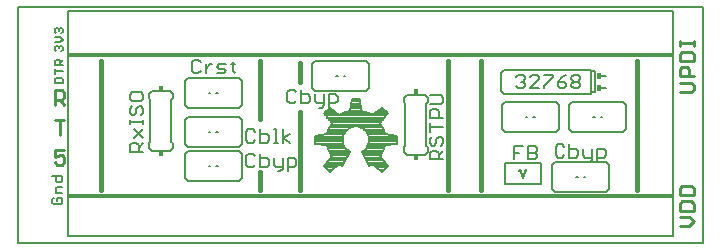
<source format=gto>
G75*
%MOIN*%
%OFA0B0*%
%FSLAX25Y25*%
%IPPOS*%
%LPD*%
%AMOC8*
5,1,8,0,0,1.08239X$1,22.5*
%
%ADD10C,0.00787*%
%ADD11C,0.00900*%
%ADD12C,0.00500*%
%ADD13C,0.00600*%
%ADD14C,0.00800*%
%ADD15R,0.01600X0.02300*%
%ADD16R,0.01500X0.02000*%
%ADD17C,0.01575*%
%ADD18C,0.00700*%
D10*
X0057156Y0011556D02*
X0057156Y0090306D01*
X0285281Y0090306D01*
X0285281Y0011556D01*
X0057156Y0011556D01*
X0155940Y0044610D02*
X0155940Y0047252D01*
X0160057Y0047797D01*
X0160392Y0049061D01*
X0160892Y0050269D01*
X0161549Y0051399D01*
X0159024Y0054696D01*
X0160892Y0056564D01*
X0164188Y0054038D01*
X0165319Y0054695D01*
X0166527Y0055196D01*
X0167791Y0055530D01*
X0168336Y0059647D01*
X0170977Y0059647D01*
X0171522Y0055530D01*
X0172786Y0055196D01*
X0173994Y0054695D01*
X0175125Y0054038D01*
X0178421Y0056564D01*
X0180289Y0054696D01*
X0177764Y0051399D01*
X0178421Y0050269D01*
X0178921Y0049061D01*
X0179256Y0047797D01*
X0183373Y0047252D01*
X0183373Y0044610D01*
X0179256Y0044065D01*
X0178921Y0042801D01*
X0178421Y0041593D01*
X0177764Y0040463D01*
X0180289Y0037166D01*
X0178421Y0035298D01*
X0175125Y0037824D01*
X0174172Y0037257D01*
X0171709Y0041988D01*
X0172396Y0042430D01*
X0172990Y0042991D01*
X0173472Y0043650D01*
X0173825Y0044387D01*
X0174037Y0045176D01*
X0174101Y0045990D01*
X0174015Y0046802D01*
X0173782Y0047585D01*
X0173410Y0048312D01*
X0172911Y0048959D01*
X0172302Y0049503D01*
X0171604Y0049927D01*
X0170839Y0050216D01*
X0170035Y0050360D01*
X0169219Y0050354D01*
X0168417Y0050200D01*
X0167657Y0049901D01*
X0166964Y0049468D01*
X0166362Y0048915D01*
X0165872Y0048262D01*
X0165509Y0047530D01*
X0165287Y0046744D01*
X0165211Y0045931D01*
X0165285Y0045127D01*
X0165502Y0044350D01*
X0165856Y0043625D01*
X0166336Y0042976D01*
X0166925Y0042424D01*
X0167604Y0041988D01*
X0165141Y0037257D01*
X0164188Y0037824D01*
X0160892Y0035298D01*
X0159024Y0037166D01*
X0161549Y0040463D01*
X0160892Y0041593D01*
X0160392Y0042801D01*
X0160057Y0044065D01*
X0155940Y0044610D01*
X0155940Y0044618D02*
X0165427Y0044618D01*
X0165260Y0045404D02*
X0155940Y0045404D01*
X0155940Y0046190D02*
X0165235Y0046190D01*
X0165352Y0046976D02*
X0155940Y0046976D01*
X0159789Y0047762D02*
X0165624Y0047762D01*
X0166086Y0048547D02*
X0160256Y0048547D01*
X0160505Y0049333D02*
X0166817Y0049333D01*
X0168212Y0050119D02*
X0160830Y0050119D01*
X0161262Y0050905D02*
X0178051Y0050905D01*
X0177987Y0051691D02*
X0161326Y0051691D01*
X0160724Y0052477D02*
X0178589Y0052477D01*
X0179191Y0053263D02*
X0160122Y0053263D01*
X0159520Y0054049D02*
X0164174Y0054049D01*
X0164206Y0054049D02*
X0175107Y0054049D01*
X0175139Y0054049D02*
X0179793Y0054049D01*
X0180150Y0054835D02*
X0176164Y0054835D01*
X0177190Y0055621D02*
X0179364Y0055621D01*
X0178579Y0056407D02*
X0178216Y0056407D01*
X0173658Y0054835D02*
X0165655Y0054835D01*
X0167803Y0055621D02*
X0171510Y0055621D01*
X0171406Y0056407D02*
X0167907Y0056407D01*
X0168011Y0057192D02*
X0171302Y0057192D01*
X0171198Y0057978D02*
X0168115Y0057978D01*
X0168219Y0058764D02*
X0171094Y0058764D01*
X0170990Y0059550D02*
X0168323Y0059550D01*
X0161097Y0056407D02*
X0160734Y0056407D01*
X0159949Y0055621D02*
X0162123Y0055621D01*
X0163149Y0054835D02*
X0159163Y0054835D01*
X0171095Y0050119D02*
X0178483Y0050119D01*
X0178808Y0049333D02*
X0172492Y0049333D01*
X0173228Y0048547D02*
X0179057Y0048547D01*
X0179524Y0047762D02*
X0173692Y0047762D01*
X0173964Y0046976D02*
X0183373Y0046976D01*
X0183373Y0046190D02*
X0174080Y0046190D01*
X0174055Y0045404D02*
X0183373Y0045404D01*
X0183373Y0044618D02*
X0173887Y0044618D01*
X0173559Y0043832D02*
X0179194Y0043832D01*
X0178986Y0043046D02*
X0173030Y0043046D01*
X0172131Y0042260D02*
X0178697Y0042260D01*
X0178352Y0041474D02*
X0171977Y0041474D01*
X0172386Y0040688D02*
X0177895Y0040688D01*
X0178193Y0039902D02*
X0172795Y0039902D01*
X0173204Y0039116D02*
X0178795Y0039116D01*
X0179397Y0038331D02*
X0173613Y0038331D01*
X0174022Y0037545D02*
X0174655Y0037545D01*
X0175489Y0037545D02*
X0179999Y0037545D01*
X0179882Y0036759D02*
X0176515Y0036759D01*
X0177541Y0035973D02*
X0179096Y0035973D01*
X0166927Y0040688D02*
X0161418Y0040688D01*
X0161120Y0039902D02*
X0166518Y0039902D01*
X0166109Y0039116D02*
X0160518Y0039116D01*
X0159916Y0038331D02*
X0165700Y0038331D01*
X0165291Y0037545D02*
X0164658Y0037545D01*
X0163824Y0037545D02*
X0159314Y0037545D01*
X0159431Y0036759D02*
X0162798Y0036759D01*
X0161772Y0035973D02*
X0160217Y0035973D01*
X0160961Y0041474D02*
X0167336Y0041474D01*
X0167181Y0042260D02*
X0160616Y0042260D01*
X0160327Y0043046D02*
X0166284Y0043046D01*
X0165755Y0043832D02*
X0160119Y0043832D01*
D11*
X0072461Y0042360D02*
X0069325Y0042360D01*
X0069325Y0040008D01*
X0070893Y0040792D01*
X0071677Y0040792D01*
X0072461Y0040008D01*
X0072461Y0038440D01*
X0071677Y0037656D01*
X0070109Y0037656D01*
X0069325Y0038440D01*
X0070893Y0047656D02*
X0070893Y0052360D01*
X0069325Y0052360D02*
X0072461Y0052360D01*
X0072461Y0057656D02*
X0070893Y0059224D01*
X0071677Y0059224D02*
X0069325Y0059224D01*
X0069325Y0057656D02*
X0069325Y0062360D01*
X0071677Y0062360D01*
X0072461Y0061576D01*
X0072461Y0060008D01*
X0071677Y0059224D01*
X0277602Y0061849D02*
X0281523Y0061849D01*
X0282306Y0062633D01*
X0282306Y0064201D01*
X0281523Y0064985D01*
X0277602Y0064985D01*
X0277602Y0067006D02*
X0277602Y0069358D01*
X0278386Y0070142D01*
X0279954Y0070142D01*
X0280738Y0069358D01*
X0280738Y0067006D01*
X0282306Y0067006D02*
X0277602Y0067006D01*
X0277602Y0072162D02*
X0277602Y0074514D01*
X0278386Y0075298D01*
X0281523Y0075298D01*
X0282306Y0074514D01*
X0282306Y0072162D01*
X0277602Y0072162D01*
X0277602Y0077318D02*
X0277602Y0078886D01*
X0277602Y0078102D02*
X0282306Y0078102D01*
X0282306Y0077318D02*
X0282306Y0078886D01*
X0281523Y0030611D02*
X0278386Y0030611D01*
X0277602Y0029827D01*
X0277602Y0027475D01*
X0282306Y0027475D01*
X0282306Y0029827D01*
X0281523Y0030611D01*
X0281523Y0025454D02*
X0278386Y0025454D01*
X0277602Y0024670D01*
X0277602Y0022318D01*
X0282306Y0022318D01*
X0282306Y0024670D01*
X0281523Y0025454D01*
X0280738Y0020298D02*
X0277602Y0020298D01*
X0280738Y0020298D02*
X0282306Y0018730D01*
X0280738Y0017162D01*
X0277602Y0017162D01*
D12*
X0071981Y0064842D02*
X0071981Y0066193D01*
X0071531Y0066643D01*
X0069730Y0066643D01*
X0069279Y0066193D01*
X0069279Y0064842D01*
X0071981Y0064842D01*
X0069279Y0067788D02*
X0069279Y0069590D01*
X0069279Y0068689D02*
X0071981Y0068689D01*
X0071981Y0070735D02*
X0069279Y0070735D01*
X0069279Y0072086D01*
X0069730Y0072536D01*
X0070630Y0072536D01*
X0071081Y0072086D01*
X0071081Y0070735D01*
X0071081Y0071635D02*
X0071981Y0072536D01*
X0071531Y0075467D02*
X0071981Y0075917D01*
X0071981Y0076818D01*
X0071531Y0077268D01*
X0071081Y0077268D01*
X0070630Y0076818D01*
X0070630Y0076367D01*
X0070630Y0076818D02*
X0070180Y0077268D01*
X0069730Y0077268D01*
X0069279Y0076818D01*
X0069279Y0075917D01*
X0069730Y0075467D01*
X0069279Y0078413D02*
X0071081Y0078413D01*
X0071981Y0079314D01*
X0071081Y0080215D01*
X0069279Y0080215D01*
X0069730Y0081360D02*
X0069279Y0081810D01*
X0069279Y0082711D01*
X0069730Y0083161D01*
X0070180Y0083161D01*
X0070630Y0082711D01*
X0071081Y0083161D01*
X0071531Y0083161D01*
X0071981Y0082711D01*
X0071981Y0081810D01*
X0071531Y0081360D01*
X0070630Y0082260D02*
X0070630Y0082711D01*
D13*
X0114956Y0071776D02*
X0114956Y0068840D01*
X0115690Y0068106D01*
X0117158Y0068106D01*
X0117892Y0068840D01*
X0119560Y0068106D02*
X0119560Y0071042D01*
X0119560Y0069574D02*
X0121028Y0071042D01*
X0121762Y0071042D01*
X0123397Y0070308D02*
X0124131Y0069574D01*
X0125599Y0069574D01*
X0126333Y0068840D01*
X0125599Y0068106D01*
X0123397Y0068106D01*
X0128735Y0068840D02*
X0129469Y0068106D01*
X0128735Y0068840D02*
X0128735Y0071776D01*
X0128001Y0071042D02*
X0129469Y0071042D01*
X0126333Y0071042D02*
X0124131Y0071042D01*
X0123397Y0070308D01*
X0117892Y0071776D02*
X0117158Y0072510D01*
X0115690Y0072510D01*
X0114956Y0071776D01*
X0098731Y0060939D02*
X0097998Y0061673D01*
X0095062Y0061673D01*
X0094328Y0060939D01*
X0094328Y0059471D01*
X0095062Y0058737D01*
X0097998Y0058737D01*
X0098731Y0059471D01*
X0098731Y0060939D01*
X0097998Y0057069D02*
X0098731Y0056335D01*
X0098731Y0054867D01*
X0097998Y0054133D01*
X0096530Y0054867D02*
X0096530Y0056335D01*
X0097264Y0057069D01*
X0097998Y0057069D01*
X0095062Y0057069D02*
X0094328Y0056335D01*
X0094328Y0054867D01*
X0095062Y0054133D01*
X0095796Y0054133D01*
X0096530Y0054867D01*
X0098731Y0052532D02*
X0098731Y0051064D01*
X0098731Y0051798D02*
X0094328Y0051798D01*
X0094328Y0051064D02*
X0094328Y0052532D01*
X0095796Y0049396D02*
X0098731Y0046460D01*
X0098731Y0044792D02*
X0097264Y0043324D01*
X0097264Y0044058D02*
X0097264Y0041856D01*
X0098731Y0041856D02*
X0094328Y0041856D01*
X0094328Y0044058D01*
X0095062Y0044792D01*
X0096530Y0044792D01*
X0097264Y0044058D01*
X0095796Y0046460D02*
X0098731Y0049396D01*
X0133081Y0048651D02*
X0133081Y0045715D01*
X0133815Y0044981D01*
X0135283Y0044981D01*
X0136017Y0045715D01*
X0137685Y0044981D02*
X0139887Y0044981D01*
X0140621Y0045715D01*
X0140621Y0047183D01*
X0139887Y0047917D01*
X0137685Y0047917D01*
X0137685Y0049385D02*
X0137685Y0044981D01*
X0142289Y0044981D02*
X0143757Y0044981D01*
X0143023Y0044981D02*
X0143023Y0049385D01*
X0142289Y0049385D01*
X0145359Y0049385D02*
X0145359Y0044981D01*
X0145359Y0046449D02*
X0147560Y0047917D01*
X0145359Y0046449D02*
X0147560Y0044981D01*
X0137685Y0041260D02*
X0137685Y0036856D01*
X0139887Y0036856D01*
X0140621Y0037590D01*
X0140621Y0039058D01*
X0139887Y0039792D01*
X0137685Y0039792D01*
X0136017Y0040526D02*
X0135283Y0041260D01*
X0133815Y0041260D01*
X0133081Y0040526D01*
X0133081Y0037590D01*
X0133815Y0036856D01*
X0135283Y0036856D01*
X0136017Y0037590D01*
X0142289Y0037590D02*
X0142289Y0039792D01*
X0145225Y0039792D02*
X0145225Y0036122D01*
X0144491Y0035388D01*
X0143757Y0035388D01*
X0143023Y0036856D02*
X0145225Y0036856D01*
X0146893Y0036856D02*
X0149095Y0036856D01*
X0149829Y0037590D01*
X0149829Y0039058D01*
X0149095Y0039792D01*
X0146893Y0039792D01*
X0146893Y0035388D01*
X0143023Y0036856D02*
X0142289Y0037590D01*
X0136017Y0048651D02*
X0135283Y0049385D01*
X0133815Y0049385D01*
X0133081Y0048651D01*
X0157507Y0056638D02*
X0158241Y0056638D01*
X0158975Y0057372D01*
X0158975Y0061042D01*
X0160643Y0061042D02*
X0162845Y0061042D01*
X0163579Y0060308D01*
X0163579Y0058840D01*
X0162845Y0058106D01*
X0160643Y0058106D01*
X0160643Y0056638D02*
X0160643Y0061042D01*
X0156039Y0061042D02*
X0156039Y0058840D01*
X0156773Y0058106D01*
X0158975Y0058106D01*
X0154371Y0058840D02*
X0154371Y0060308D01*
X0153637Y0061042D01*
X0151435Y0061042D01*
X0151435Y0062510D02*
X0151435Y0058106D01*
X0153637Y0058106D01*
X0154371Y0058840D01*
X0149767Y0058840D02*
X0149033Y0058106D01*
X0147565Y0058106D01*
X0146831Y0058840D01*
X0146831Y0061776D01*
X0147565Y0062510D01*
X0149033Y0062510D01*
X0149767Y0061776D01*
X0194328Y0060708D02*
X0197998Y0060708D01*
X0198731Y0059974D01*
X0198731Y0058506D01*
X0197998Y0057772D01*
X0194328Y0057772D01*
X0195062Y0056104D02*
X0196530Y0056104D01*
X0197264Y0055370D01*
X0197264Y0053168D01*
X0198731Y0053168D02*
X0194328Y0053168D01*
X0194328Y0055370D01*
X0195062Y0056104D01*
X0194328Y0051500D02*
X0194328Y0048564D01*
X0195062Y0046896D02*
X0194328Y0046162D01*
X0194328Y0044694D01*
X0195062Y0043960D01*
X0195796Y0043960D01*
X0196530Y0044694D01*
X0196530Y0046162D01*
X0197264Y0046896D01*
X0197998Y0046896D01*
X0198731Y0046162D01*
X0198731Y0044694D01*
X0197998Y0043960D01*
X0198731Y0042292D02*
X0197264Y0040824D01*
X0197264Y0041558D02*
X0197264Y0039356D01*
X0198731Y0039356D02*
X0194328Y0039356D01*
X0194328Y0041558D01*
X0195062Y0042292D01*
X0196530Y0042292D01*
X0197264Y0041558D01*
X0198731Y0050032D02*
X0194328Y0050032D01*
X0222456Y0043760D02*
X0225392Y0043760D01*
X0227060Y0043760D02*
X0229262Y0043760D01*
X0229996Y0043026D01*
X0229996Y0042292D01*
X0229262Y0041558D01*
X0227060Y0041558D01*
X0229262Y0041558D02*
X0229996Y0040824D01*
X0229996Y0040090D01*
X0229262Y0039356D01*
X0227060Y0039356D01*
X0227060Y0043760D01*
X0223924Y0041558D02*
X0222456Y0041558D01*
X0222456Y0039356D02*
X0222456Y0043760D01*
X0236206Y0043651D02*
X0236206Y0040715D01*
X0236940Y0039981D01*
X0238408Y0039981D01*
X0239142Y0040715D01*
X0240810Y0039981D02*
X0243012Y0039981D01*
X0243746Y0040715D01*
X0243746Y0042183D01*
X0243012Y0042917D01*
X0240810Y0042917D01*
X0240810Y0044385D02*
X0240810Y0039981D01*
X0245414Y0040715D02*
X0246148Y0039981D01*
X0248350Y0039981D01*
X0248350Y0039247D02*
X0247616Y0038513D01*
X0246882Y0038513D01*
X0248350Y0039247D02*
X0248350Y0042917D01*
X0250018Y0042917D02*
X0252220Y0042917D01*
X0252954Y0042183D01*
X0252954Y0040715D01*
X0252220Y0039981D01*
X0250018Y0039981D01*
X0250018Y0038513D02*
X0250018Y0042917D01*
X0245414Y0042917D02*
X0245414Y0040715D01*
X0239142Y0043651D02*
X0238408Y0044385D01*
X0236940Y0044385D01*
X0236206Y0043651D01*
X0237627Y0063106D02*
X0239095Y0063106D01*
X0239829Y0063840D01*
X0239829Y0064574D01*
X0239095Y0065308D01*
X0236893Y0065308D01*
X0236893Y0063840D01*
X0237627Y0063106D01*
X0241497Y0063840D02*
X0241497Y0064574D01*
X0242231Y0065308D01*
X0243699Y0065308D01*
X0244433Y0064574D01*
X0244433Y0063840D01*
X0243699Y0063106D01*
X0242231Y0063106D01*
X0241497Y0063840D01*
X0242231Y0065308D02*
X0241497Y0066042D01*
X0241497Y0066776D01*
X0242231Y0067510D01*
X0243699Y0067510D01*
X0244433Y0066776D01*
X0244433Y0066042D01*
X0243699Y0065308D01*
X0239829Y0067510D02*
X0238361Y0066776D01*
X0236893Y0065308D01*
X0235225Y0066776D02*
X0232289Y0063840D01*
X0232289Y0063106D01*
X0230621Y0063106D02*
X0227685Y0063106D01*
X0230621Y0066042D01*
X0230621Y0066776D01*
X0229887Y0067510D01*
X0228419Y0067510D01*
X0227685Y0066776D01*
X0226017Y0066776D02*
X0226017Y0066042D01*
X0225283Y0065308D01*
X0226017Y0064574D01*
X0226017Y0063840D01*
X0225283Y0063106D01*
X0223815Y0063106D01*
X0223081Y0063840D01*
X0224549Y0065308D02*
X0225283Y0065308D01*
X0226017Y0066776D02*
X0225283Y0067510D01*
X0223815Y0067510D01*
X0223081Y0066776D01*
X0232289Y0067510D02*
X0235225Y0067510D01*
X0235225Y0066776D01*
X0071856Y0033991D02*
X0071856Y0032290D01*
X0071289Y0031722D01*
X0070155Y0031722D01*
X0069588Y0032290D01*
X0069588Y0033991D01*
X0068454Y0033991D02*
X0071856Y0033991D01*
X0071856Y0030308D02*
X0070155Y0030308D01*
X0069588Y0029741D01*
X0069588Y0028039D01*
X0071856Y0028039D01*
X0071289Y0026625D02*
X0070155Y0026625D01*
X0070155Y0025490D01*
X0069021Y0024356D02*
X0068454Y0024923D01*
X0068454Y0026058D01*
X0069021Y0026625D01*
X0071289Y0026625D02*
X0071856Y0026058D01*
X0071856Y0024923D01*
X0071289Y0024356D01*
X0069021Y0024356D01*
D14*
X0073781Y0026931D02*
X0073781Y0013681D01*
X0275531Y0013681D01*
X0275531Y0026931D01*
X0275531Y0027556D01*
X0073781Y0027556D01*
X0073781Y0026931D01*
X0073781Y0027556D02*
X0073781Y0045931D01*
X0073781Y0055931D01*
X0073781Y0073806D01*
X0275531Y0073806D01*
X0275531Y0074431D01*
X0275531Y0088806D01*
X0073781Y0088806D01*
X0073781Y0074431D01*
X0073781Y0073806D01*
X0100656Y0061181D02*
X0101656Y0062181D01*
X0107656Y0062181D01*
X0108656Y0061181D01*
X0108656Y0059681D01*
X0108156Y0059181D01*
X0108156Y0045181D01*
X0108656Y0044681D01*
X0108656Y0043181D01*
X0107656Y0042181D01*
X0101656Y0042181D01*
X0100656Y0043181D01*
X0100656Y0044681D01*
X0101156Y0045181D01*
X0101156Y0059181D01*
X0100656Y0059681D01*
X0100656Y0061181D01*
X0112656Y0057556D02*
X0113656Y0056556D01*
X0130656Y0056556D01*
X0131656Y0057556D01*
X0131656Y0065556D01*
X0130656Y0066556D01*
X0113656Y0066556D01*
X0112656Y0065556D01*
X0112656Y0057556D01*
X0113656Y0053431D02*
X0112656Y0052431D01*
X0112656Y0044431D01*
X0113656Y0043431D01*
X0130656Y0043431D01*
X0131656Y0044431D01*
X0131656Y0052431D01*
X0130656Y0053431D01*
X0113656Y0053431D01*
X0120656Y0048431D02*
X0121156Y0048431D01*
X0123156Y0048431D02*
X0123656Y0048431D01*
X0130656Y0042181D02*
X0113656Y0042181D01*
X0112656Y0041181D01*
X0112656Y0033181D01*
X0113656Y0032181D01*
X0130656Y0032181D01*
X0131656Y0033181D01*
X0131656Y0041181D01*
X0130656Y0042181D01*
X0123656Y0037181D02*
X0123156Y0037181D01*
X0121156Y0037181D02*
X0120656Y0037181D01*
X0185656Y0041931D02*
X0186656Y0040931D01*
X0192656Y0040931D01*
X0193656Y0041931D01*
X0193656Y0043431D01*
X0193156Y0043931D01*
X0193156Y0057931D01*
X0193656Y0058431D01*
X0193656Y0059931D01*
X0192656Y0060931D01*
X0186656Y0060931D01*
X0185656Y0059931D01*
X0185656Y0058431D01*
X0186156Y0057931D01*
X0186156Y0043931D01*
X0185656Y0043431D01*
X0185656Y0041931D01*
X0218281Y0049431D02*
X0219281Y0048431D01*
X0236281Y0048431D01*
X0237281Y0049431D01*
X0237281Y0057431D01*
X0236281Y0058431D01*
X0219281Y0058431D01*
X0218281Y0057431D01*
X0218281Y0049431D01*
X0226281Y0053431D02*
X0226781Y0053431D01*
X0228781Y0053431D02*
X0229281Y0053431D01*
X0240781Y0049431D02*
X0241781Y0048431D01*
X0258781Y0048431D01*
X0259781Y0049431D01*
X0259781Y0057431D01*
X0258781Y0058431D01*
X0241781Y0058431D01*
X0240781Y0057431D01*
X0240781Y0049431D01*
X0248781Y0053431D02*
X0249281Y0053431D01*
X0251281Y0053431D02*
X0251781Y0053431D01*
X0247906Y0061306D02*
X0218906Y0061306D01*
X0217906Y0062306D01*
X0217906Y0068306D01*
X0218906Y0069306D01*
X0247906Y0069306D01*
X0247906Y0068806D01*
X0247906Y0061806D01*
X0247906Y0061306D01*
X0247906Y0061806D02*
X0249406Y0061806D01*
X0249406Y0068806D01*
X0247906Y0068806D01*
X0251406Y0067306D02*
X0252906Y0067306D01*
X0252906Y0063306D02*
X0250906Y0063306D01*
X0275531Y0073806D02*
X0275531Y0027556D01*
X0254156Y0029431D02*
X0253156Y0028431D01*
X0236156Y0028431D01*
X0235156Y0029431D01*
X0235156Y0037431D01*
X0236156Y0038431D01*
X0253156Y0038431D01*
X0254156Y0037431D01*
X0254156Y0029431D01*
X0246156Y0033431D02*
X0245656Y0033431D01*
X0243656Y0033431D02*
X0243156Y0033431D01*
X0231244Y0031174D02*
X0219375Y0031174D01*
X0219347Y0038216D01*
X0231216Y0038216D01*
X0231244Y0031174D01*
X0225281Y0033181D02*
X0224281Y0036081D01*
X0224266Y0036009D02*
X0224110Y0035462D01*
X0226281Y0036081D02*
X0225281Y0033181D01*
X0226453Y0035462D02*
X0226297Y0036087D01*
X0174156Y0063181D02*
X0173156Y0062181D01*
X0156156Y0062181D01*
X0155156Y0063181D01*
X0155156Y0071181D01*
X0156156Y0072181D01*
X0173156Y0072181D01*
X0174156Y0071181D01*
X0174156Y0063181D01*
X0166156Y0067181D02*
X0165656Y0067181D01*
X0163656Y0067181D02*
X0163156Y0067181D01*
X0123656Y0061556D02*
X0123156Y0061556D01*
X0121156Y0061556D02*
X0120656Y0061556D01*
D15*
X0250756Y0063306D03*
X0250756Y0063306D03*
X0250756Y0067306D03*
X0250756Y0067306D03*
D16*
X0189656Y0061681D03*
X0189656Y0061681D03*
X0189656Y0040181D03*
X0189656Y0040181D03*
X0104656Y0041431D03*
X0104656Y0041431D03*
X0104656Y0062931D03*
X0104656Y0062931D03*
D17*
X0084656Y0072181D02*
X0084656Y0029056D01*
X0137781Y0029056D02*
X0137781Y0035306D01*
X0150906Y0029056D02*
X0150906Y0055306D01*
X0137781Y0052806D02*
X0137781Y0072181D01*
X0150906Y0071556D02*
X0150906Y0065306D01*
X0200281Y0072181D02*
X0200281Y0029056D01*
X0211531Y0029056D02*
X0211531Y0072181D01*
X0263406Y0072181D02*
X0263406Y0029056D01*
D18*
X0275531Y0026931D02*
X0073781Y0026931D01*
X0073781Y0045931D01*
X0073781Y0055931D02*
X0073781Y0074431D01*
X0275531Y0074431D01*
X0275531Y0026931D01*
M02*

</source>
